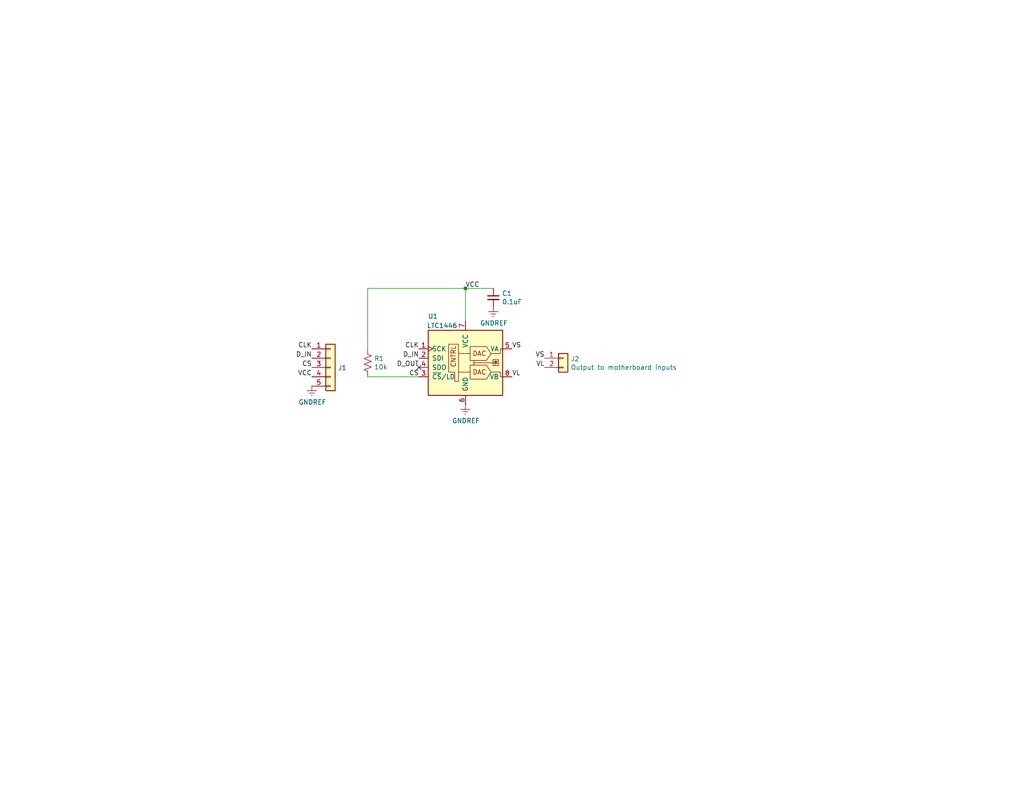
<source format=kicad_sch>
(kicad_sch (version 20211123) (generator eeschema)
  (paper "USLetter")
  (lib_symbols
    (symbol "Analog_DAC:LTC1446" (pin_names (offset 1.016))
      (property "Reference" "U" (at -2.54 10.795 0))
      (property "Value" "LTC1446" (at -2.54 8.89 0))
      (symbol "LTC1446_0_0"
        (polyline (pts (xy 2.286 -1.143) (xy 2.286 -1.905)))
        (polyline (pts (xy 8.255 -1.778) (xy 8.255 -0.635)))
        (polyline (pts (xy 8.636 -0.889) (xy 8.763 -0.762)))
        (polyline (pts (xy 7.493 -1.27) (xy 2.286 -1.27) (xy 2.286 -0.635)))
        (polyline (pts (xy 8.636 -0.889) (xy 7.874 -0.889) (xy 7.747 -1.016)))
        (polyline (pts (xy 6.985 -3.81) (xy 9.525 -3.81) (xy 9.525 -5.08) (xy 10.16 -5.08)))
        (polyline (pts (xy 6.985 1.27) (xy 9.525 1.27) (xy 9.525 2.54) (xy 10.16 2.54)))
        (polyline (pts (xy 8.255 -0.889) (xy 8.763 -1.397) (xy 7.747 -1.397) (xy 8.255 -0.889)))
        (rectangle (start 9.017 -0.381) (end 7.493 -2.032))
        (text "CNTRL" (at -2.54 -2.54 900) (effects (font (size 1.27 1.27)) (justify left bottom)))
        (text "DAC" (at 3.81 -3.81 0) (effects (font (size 1.27 1.27))))
        (text "DAC" (at 3.81 1.27 0) (effects (font (size 1.27 1.27))))
      )
      (symbol "LTC1446_0_1"
        (rectangle (start -10.16 7.62) (end 10.16 -10.16) (stroke (width 0.254)) (fill (type background)))
        (polyline (pts (xy 1.27 -3.81) (xy -1.905 -3.81)))
        (polyline (pts (xy 1.27 1.27) (xy -1.905 1.27)))
        (polyline (pts (xy 6.985 -3.81) (xy 5.715 -1.905) (xy 1.27 -1.905) (xy 1.27 -5.715) (xy 5.715 -5.715) (xy 6.985 -3.81)))
        (polyline (pts (xy 6.985 1.27) (xy 5.715 3.175) (xy 1.27 3.175) (xy 1.27 -0.635) (xy 5.715 -0.635) (xy 6.985 1.27)))
        (polyline (pts (xy -1.905 3.81) (xy -4.572 3.81) (xy -4.572 -3.81) (xy -2.921 -3.81) (xy -2.921 -6.35) (xy -1.905 -6.35) (xy -1.905 3.81)))
      )
      (symbol "LTC1446_1_1"
        (pin input clock (at -12.7 2.54 0) (length 2.54) (name "SCK") (number "1"))
        (pin input line (at -12.7 0 0) (length 2.54) (name "SDI") (number "2"))
        (pin input line (at -12.7 -5.08 0) (length 2.54) (name "~{CS}/LD") (number "3"))
        (pin output line (at -12.7 -2.54 0) (length 2.54) (name "SDO") (number "4"))
        (pin output line (at 12.7 2.54 180) (length 2.54) (name "VA") (number "5"))
        (pin power_in line (at 0 -12.7 90) (length 2.54) (name "GND") (number "6"))
        (pin power_in line (at 0 10.16 270) (length 2.54) (name "VCC") (number "7"))
        (pin output line (at 12.7 -5.08 180) (length 2.54) (name "VB") (number "8"))
      )
    )
    (symbol "Connector_Generic:Conn_01x02" (pin_names (offset 1.016) hide)
      (property "Reference" "J" (at 0 2.54 0))
      (property "Value" "Conn_01x02" (at 0 -5.08 0))
      (symbol "Conn_01x02_1_1"
        (rectangle (start -1.27 -2.413) (end 0 -2.667) (stroke (width 0.1524)))
        (rectangle (start -1.27 0.127) (end 0 -0.127) (stroke (width 0.1524)))
        (rectangle (start -1.27 1.27) (end 1.27 -3.81) (stroke (width 0.254)) (fill (type background)))
        (pin passive line (at -5.08 0 0) (length 3.81) (name "Pin_1") (number "1"))
        (pin passive line (at -5.08 -2.54 0) (length 3.81) (name "Pin_2") (number "2"))
      )
    )
    (symbol "Connector_Generic:Conn_01x05" (pin_names (offset 1.016) hide)
      (property "Reference" "J" (at 0 7.62 0))
      (property "Value" "Conn_01x05" (at 0 -7.62 0))
      (symbol "Conn_01x05_1_1"
        (rectangle (start -1.27 -4.953) (end 0 -5.207) (stroke (width 0.1524)))
        (rectangle (start -1.27 -2.413) (end 0 -2.667) (stroke (width 0.1524)))
        (rectangle (start -1.27 0.127) (end 0 -0.127) (stroke (width 0.1524)))
        (rectangle (start -1.27 2.667) (end 0 2.413) (stroke (width 0.1524)))
        (rectangle (start -1.27 5.207) (end 0 4.953) (stroke (width 0.1524)))
        (rectangle (start -1.27 6.35) (end 1.27 -6.35) (stroke (width 0.254)) (fill (type background)))
        (pin passive line (at -5.08 5.08 0) (length 3.81) (name "Pin_1") (number "1"))
        (pin passive line (at -5.08 2.54 0) (length 3.81) (name "Pin_2") (number "2"))
        (pin passive line (at -5.08 0 0) (length 3.81) (name "Pin_3") (number "3"))
        (pin passive line (at -5.08 -2.54 0) (length 3.81) (name "Pin_4") (number "4"))
        (pin passive line (at -5.08 -5.08 0) (length 3.81) (name "Pin_5") (number "5"))
      )
    )
    (symbol "Device:C_Small" (pin_numbers hide) (pin_names (offset 0.254) hide)
      (property "Reference" "C" (at 0.254 1.778 0))
      (property "Value" "C_Small" (at 0.254 -2.032 0))
      (symbol "C_Small_0_1"
        (polyline (pts (xy -1.524 -0.508) (xy 1.524 -0.508)) (stroke (width 0.3302)))
        (polyline (pts (xy -1.524 0.508) (xy 1.524 0.508)) (stroke (width 0.3048)))
      )
      (symbol "C_Small_1_1"
        (pin passive line (at 0 2.54 270) (length 2.032) (name "~") (number "1"))
        (pin passive line (at 0 -2.54 90) (length 2.032) (name "~") (number "2"))
      )
    )
    (symbol "Device:R_US" (pin_numbers hide) (pin_names (offset 0))
      (property "Reference" "R" (at 2.54 0 90))
      (property "Value" "R_US" (at -2.54 0 90))
      (symbol "R_US_0_1"
        (polyline (pts (xy 0 -2.286) (xy 0 -2.54)))
        (polyline (pts (xy 0 2.286) (xy 0 2.54)))
        (polyline (pts (xy 0 -0.762) (xy 1.016 -1.143) (xy 0 -1.524) (xy -1.016 -1.905) (xy 0 -2.286)))
        (polyline (pts (xy 0 0.762) (xy 1.016 0.381) (xy 0 0) (xy -1.016 -0.381) (xy 0 -0.762)))
        (polyline (pts (xy 0 2.286) (xy 1.016 1.905) (xy 0 1.524) (xy -1.016 1.143) (xy 0 0.762)))
      )
      (symbol "R_US_1_1"
        (pin passive line (at 0 3.81 270) (length 1.27) (name "~") (number "1"))
        (pin passive line (at 0 -3.81 90) (length 1.27) (name "~") (number "2"))
      )
    )
    (symbol "power:GNDREF" (power) (pin_names (offset 0))
      (property "Value" "GNDREF" (at 0 -3.81 0))
      (symbol "GNDREF_0_1"
        (polyline (pts (xy -0.635 -1.905) (xy 0.635 -1.905)))
        (polyline (pts (xy -0.127 -2.54) (xy 0.127 -2.54)))
        (polyline (pts (xy 0 -1.27) (xy 0 0)))
        (polyline (pts (xy 1.27 -1.27) (xy -1.27 -1.27)))
      )
      (symbol "GNDREF_1_1"
        (pin power_in line (at 0 0 270) (length 0) hide (name "GNDREF") (number "1"))
      )
    )
  )
  (junction (at 127 78.74))
  (no_connect (at 114.3 100.33))
  (wire (pts (xy 134.62 78.74) (xy 127 78.74)))
  (wire (pts (xy 100.33 78.74) (xy 127 78.74)))
  (wire (pts (xy 100.33 102.87) (xy 114.3 102.87)))
  (wire (pts (xy 100.33 95.25) (xy 100.33 78.74)))
  (wire (pts (xy 127 87.63) (xy 127 78.74)))
  (label "CS" (at 85.09 100.33 180))
  (label "VL" (at 148.59 100.33 180))
  (label "VL" (at 139.7 102.87 0))
  (label "VS" (at 139.7 95.25 0))
  (label "VCC" (at 127 78.74 0))
  (label "VS" (at 148.59 97.79 180))
  (label "CS" (at 114.3 102.87 180))
  (label "D_IN" (at 85.09 97.79 180))
  (label "VCC" (at 85.09 102.87 180))
  (label "CLK" (at 114.3 95.25 180))
  (label "D_IN" (at 114.3 97.79 180))
  (label "CLK" (at 85.09 95.25 180))
  (label "D_OUT" (at 114.3 100.33 180))
  (symbol (lib_id "Analog_DAC:LTC1446") (at 127 97.79 0) (unit 1)
    (property "Reference" "U1" (at 118.11 86.36 0))
    (property "Value" "LTC1446" (at 120.65 88.9 0))
    (property "Footprint" "Package_DIP:DIP-8_W7.62mm_Socket" (effects hide))
    (property "Datasheet" "http://cds.linear.com/docs/en/datasheet/1446fa.pdf" (effects hide))
  )
  (symbol (lib_id "power:GNDREF") (at 127 110.49 0) (unit 1)
    (property "Reference" "#PWR02" (effects hide))
    (property "Value" "GNDREF" (at 127.127 114.8842 0))
  )
  (symbol (lib_id "Connector_Generic:Conn_01x02") (at 153.67 97.79 0) (unit 1)
    (property "Reference" "J2" (at 155.702 97.9932 0) (effects (justify left)))
    (property "Value" "Output to motherboard inputs" (at 155.702 100.3046 0) (effects (justify left)))
    (property "Footprint" "Connector_PinSocket_2.54mm:PinSocket_1x02_P2.54mm_Vertical" (effects hide))
  )
  (symbol (lib_id "Connector_Generic:Conn_01x05") (at 90.17 100.33 0) (unit 1)
    (property "Reference" "J1" (at 92.202 100.4316 0) (effects (justify left)))
    (property "Value" "Conn_01x05" (effects hide))
    (property "Footprint" "Connector_PinSocket_2.54mm:PinSocket_1x05_P2.54mm_Vertical" (effects hide))
  )
  (symbol (lib_id "power:GNDREF") (at 85.09 105.41 0) (unit 1)
    (property "Reference" "#PWR01" (effects hide))
    (property "Value" "GNDREF" (at 85.217 109.8042 0))
  )
  (symbol (lib_id "Device:C_Small") (at 134.62 81.28 0) (unit 1)
    (property "Reference" "C1" (at 136.9568 80.1116 0) (effects (justify left)))
    (property "Value" "0.1uF" (at 136.9568 82.423 0) (effects (justify left)))
    (property "Footprint" "Capacitor_SMD:C_0805_2012Metric_Pad1.15x1.40mm_HandSolder" (effects hide))
  )
  (symbol (lib_id "power:GNDREF") (at 134.62 83.82 0) (unit 1)
    (property "Reference" "#PWR03" (effects hide))
    (property "Value" "GNDREF" (at 134.747 88.2142 0))
  )
  (symbol (lib_id "Device:R_US") (at 100.33 99.06 0) (unit 1)
    (property "Reference" "R1" (at 102.0572 97.8916 0) (effects (justify left)))
    (property "Value" "10k" (at 102.0572 100.203 0) (effects (justify left)))
    (property "Footprint" "Resistor_THT:R_Axial_DIN0207_L6.3mm_D2.5mm_P10.16mm_Horizontal" (effects hide))
  )
)
</source>
